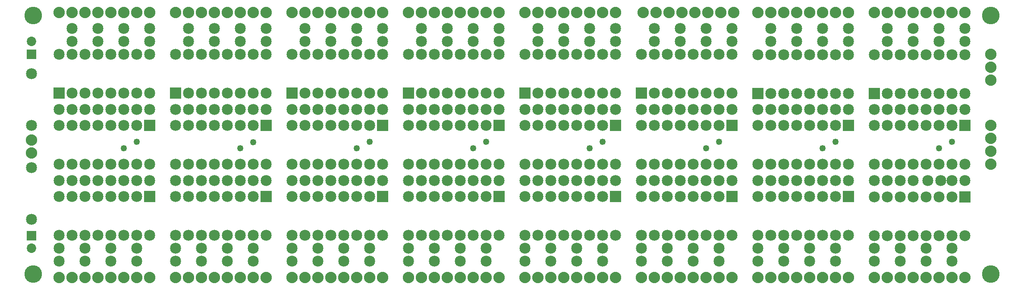
<source format=gts>
G04 MADE WITH FRITZING*
G04 WWW.FRITZING.ORG*
G04 DOUBLE SIDED*
G04 HOLES PLATED*
G04 CONTOUR ON CENTER OF CONTOUR VECTOR*
%ASAXBY*%
%FSLAX23Y23*%
%MOIN*%
%OFA0B0*%
%SFA1.0B1.0*%
%ADD10C,0.088000*%
%ADD11C,0.135984*%
%ADD12C,0.072992*%
%ADD13C,0.085000*%
%ADD14C,0.049370*%
%ADD15R,0.072992X0.072992*%
%ADD16R,0.085000X0.085000*%
%LNMASK1*%
G90*
G70*
G54D10*
X7560Y1004D03*
X7560Y1104D03*
X7560Y1204D03*
X7560Y1304D03*
G54D11*
X160Y2154D03*
X160Y154D03*
G54D10*
X7560Y1854D03*
X7560Y1754D03*
X7560Y1654D03*
G54D12*
X148Y452D03*
X148Y354D03*
X148Y1855D03*
X148Y1954D03*
G54D13*
X148Y979D03*
X148Y579D03*
X148Y1304D03*
X148Y1704D03*
G54D10*
X148Y1191D03*
X148Y1091D03*
G54D14*
X5460Y1179D03*
X5360Y1129D03*
X6260Y1129D03*
X6360Y1179D03*
X7260Y1179D03*
X7160Y1129D03*
X4560Y1179D03*
X4460Y1129D03*
X960Y1179D03*
X860Y1129D03*
X3660Y1179D03*
X3561Y1129D03*
X1861Y1175D03*
X1760Y1129D03*
X2661Y1129D03*
X2760Y1179D03*
G54D10*
X1060Y2179D03*
X960Y2179D03*
X860Y2179D03*
X760Y2179D03*
X660Y2179D03*
X560Y2179D03*
X460Y2179D03*
X360Y2179D03*
X1960Y2179D03*
X1860Y2179D03*
X1760Y2179D03*
X1660Y2179D03*
X1560Y2179D03*
X1460Y2179D03*
X1360Y2179D03*
X1260Y2179D03*
X2860Y2179D03*
X2760Y2179D03*
X2660Y2179D03*
X2560Y2179D03*
X2460Y2179D03*
X2360Y2179D03*
X2260Y2179D03*
X2160Y2179D03*
X3760Y2179D03*
X3660Y2179D03*
X3560Y2179D03*
X3460Y2179D03*
X3360Y2179D03*
X3260Y2179D03*
X3160Y2179D03*
X3060Y2179D03*
X4660Y2179D03*
X4560Y2179D03*
X4460Y2179D03*
X4360Y2179D03*
X4260Y2179D03*
X4160Y2179D03*
X4060Y2179D03*
X3960Y2179D03*
X5573Y2179D03*
X5473Y2179D03*
X5373Y2179D03*
X5273Y2179D03*
X5173Y2179D03*
X5073Y2179D03*
X4973Y2179D03*
X4873Y2179D03*
X6460Y2179D03*
X6360Y2179D03*
X6260Y2179D03*
X6160Y2179D03*
X6060Y2179D03*
X5960Y2179D03*
X5860Y2179D03*
X5760Y2179D03*
X7360Y2179D03*
X7260Y2179D03*
X7160Y2179D03*
X7060Y2179D03*
X6960Y2179D03*
X6860Y2179D03*
X6760Y2179D03*
X6660Y2179D03*
G54D11*
X7560Y154D03*
X7560Y2154D03*
G54D13*
X1060Y1304D03*
X1060Y1004D03*
X960Y1304D03*
X960Y1004D03*
X860Y1304D03*
X860Y1004D03*
X760Y1304D03*
X760Y1004D03*
X660Y1304D03*
X660Y1004D03*
X560Y1304D03*
X560Y1004D03*
X460Y1304D03*
X460Y1004D03*
X360Y1304D03*
X360Y1004D03*
X1960Y1304D03*
X1960Y1004D03*
X1860Y1304D03*
X1860Y1004D03*
X1760Y1304D03*
X1760Y1004D03*
X1660Y1304D03*
X1660Y1004D03*
X1560Y1304D03*
X1560Y1004D03*
X1460Y1304D03*
X1460Y1004D03*
X1360Y1304D03*
X1360Y1004D03*
X1260Y1304D03*
X1260Y1004D03*
X2860Y1304D03*
X2860Y1004D03*
X2760Y1304D03*
X2760Y1004D03*
X2660Y1304D03*
X2660Y1004D03*
X2560Y1304D03*
X2560Y1004D03*
X2460Y1304D03*
X2460Y1004D03*
X2360Y1304D03*
X2360Y1004D03*
X2260Y1304D03*
X2260Y1004D03*
X2160Y1304D03*
X2160Y1004D03*
X3760Y1304D03*
X3760Y1004D03*
X3660Y1304D03*
X3660Y1004D03*
X3560Y1304D03*
X3560Y1004D03*
X3460Y1304D03*
X3460Y1004D03*
X3360Y1304D03*
X3360Y1004D03*
X3260Y1304D03*
X3260Y1004D03*
X3160Y1304D03*
X3160Y1004D03*
X3060Y1304D03*
X3060Y1004D03*
X4660Y1304D03*
X4660Y1004D03*
X4560Y1304D03*
X4560Y1004D03*
X4460Y1304D03*
X4460Y1004D03*
X4360Y1304D03*
X4360Y1004D03*
X4260Y1304D03*
X4260Y1004D03*
X4160Y1304D03*
X4160Y1004D03*
X4060Y1304D03*
X4060Y1004D03*
X3960Y1304D03*
X3960Y1004D03*
X5560Y1304D03*
X5560Y1004D03*
X5460Y1304D03*
X5460Y1004D03*
X5360Y1304D03*
X5360Y1004D03*
X5260Y1304D03*
X5260Y1004D03*
X5160Y1304D03*
X5160Y1004D03*
X5060Y1304D03*
X5060Y1004D03*
X4960Y1304D03*
X4960Y1004D03*
X4860Y1304D03*
X4860Y1004D03*
X6460Y1304D03*
X6460Y1004D03*
X6360Y1304D03*
X6360Y1004D03*
X6260Y1304D03*
X6260Y1004D03*
X6160Y1304D03*
X6160Y1004D03*
X6060Y1304D03*
X6060Y1004D03*
X5960Y1304D03*
X5960Y1004D03*
X5860Y1304D03*
X5860Y1004D03*
X5760Y1304D03*
X5760Y1004D03*
X7360Y1304D03*
X7360Y1004D03*
X7260Y1304D03*
X7260Y1004D03*
X7160Y1304D03*
X7160Y1004D03*
X7060Y1304D03*
X7060Y1004D03*
X6960Y1304D03*
X6960Y1004D03*
X6860Y1304D03*
X6860Y1004D03*
X6760Y1304D03*
X6760Y1004D03*
X6660Y1304D03*
X6660Y1004D03*
X1060Y754D03*
X1060Y454D03*
X960Y754D03*
X960Y454D03*
X860Y754D03*
X860Y454D03*
X760Y754D03*
X760Y454D03*
X660Y754D03*
X660Y454D03*
X560Y754D03*
X560Y454D03*
X460Y754D03*
X460Y454D03*
X360Y754D03*
X360Y454D03*
X1960Y754D03*
X1960Y454D03*
X1860Y754D03*
X1860Y454D03*
X1760Y754D03*
X1760Y454D03*
X1660Y754D03*
X1660Y454D03*
X1560Y754D03*
X1560Y454D03*
X1460Y754D03*
X1460Y454D03*
X1360Y754D03*
X1360Y454D03*
X1260Y754D03*
X1260Y454D03*
X2860Y754D03*
X2860Y454D03*
X2760Y754D03*
X2760Y454D03*
X2660Y754D03*
X2660Y454D03*
X2560Y754D03*
X2560Y454D03*
X2460Y754D03*
X2460Y454D03*
X2360Y754D03*
X2360Y454D03*
X2260Y754D03*
X2260Y454D03*
X2160Y754D03*
X2160Y454D03*
X3760Y754D03*
X3760Y454D03*
X3660Y754D03*
X3660Y454D03*
X3560Y754D03*
X3560Y454D03*
X3460Y754D03*
X3460Y454D03*
X3360Y754D03*
X3360Y454D03*
X3260Y754D03*
X3260Y454D03*
X3160Y754D03*
X3160Y454D03*
X3060Y754D03*
X3060Y454D03*
X4660Y754D03*
X4660Y454D03*
X4560Y754D03*
X4560Y454D03*
X4460Y754D03*
X4460Y454D03*
X4360Y754D03*
X4360Y454D03*
X4260Y754D03*
X4260Y454D03*
X4160Y754D03*
X4160Y454D03*
X4060Y754D03*
X4060Y454D03*
X3960Y754D03*
X3960Y454D03*
X5560Y754D03*
X5560Y454D03*
X5460Y754D03*
X5460Y454D03*
X5360Y754D03*
X5360Y454D03*
X5260Y754D03*
X5260Y454D03*
X5160Y754D03*
X5160Y454D03*
X5060Y754D03*
X5060Y454D03*
X4960Y754D03*
X4960Y454D03*
X4860Y754D03*
X4860Y454D03*
X6460Y754D03*
X6460Y454D03*
X6360Y754D03*
X6360Y454D03*
X6260Y754D03*
X6260Y454D03*
X6160Y754D03*
X6160Y454D03*
X6060Y754D03*
X6060Y454D03*
X5960Y754D03*
X5960Y454D03*
X5860Y754D03*
X5860Y454D03*
X5760Y754D03*
X5760Y454D03*
X7360Y753D03*
X7360Y453D03*
X7260Y753D03*
X7260Y453D03*
X7160Y753D03*
X7160Y453D03*
X7060Y753D03*
X7060Y453D03*
X6960Y753D03*
X6960Y453D03*
X6860Y753D03*
X6860Y453D03*
X6760Y753D03*
X6760Y453D03*
X6660Y753D03*
X6660Y453D03*
X360Y1554D03*
X360Y1854D03*
X460Y1554D03*
X460Y1854D03*
X560Y1554D03*
X560Y1854D03*
X660Y1554D03*
X660Y1854D03*
X760Y1554D03*
X760Y1854D03*
X860Y1554D03*
X860Y1854D03*
X960Y1554D03*
X960Y1854D03*
X1060Y1554D03*
X1060Y1854D03*
X1260Y1554D03*
X1260Y1854D03*
X1360Y1554D03*
X1360Y1854D03*
X1460Y1554D03*
X1460Y1854D03*
X1560Y1554D03*
X1560Y1854D03*
X1660Y1554D03*
X1660Y1854D03*
X1760Y1554D03*
X1760Y1854D03*
X1860Y1554D03*
X1860Y1854D03*
X1960Y1554D03*
X1960Y1854D03*
X2160Y1554D03*
X2160Y1854D03*
X2260Y1554D03*
X2260Y1854D03*
X2360Y1554D03*
X2360Y1854D03*
X2460Y1554D03*
X2460Y1854D03*
X2560Y1554D03*
X2560Y1854D03*
X2660Y1554D03*
X2660Y1854D03*
X2760Y1554D03*
X2760Y1854D03*
X2860Y1554D03*
X2860Y1854D03*
X3060Y1554D03*
X3060Y1854D03*
X3160Y1554D03*
X3160Y1854D03*
X3260Y1554D03*
X3260Y1854D03*
X3360Y1554D03*
X3360Y1854D03*
X3460Y1554D03*
X3460Y1854D03*
X3560Y1554D03*
X3560Y1854D03*
X3660Y1554D03*
X3660Y1854D03*
X3760Y1554D03*
X3760Y1854D03*
X3960Y1554D03*
X3960Y1854D03*
X4060Y1554D03*
X4060Y1854D03*
X4160Y1554D03*
X4160Y1854D03*
X4260Y1554D03*
X4260Y1854D03*
X4360Y1554D03*
X4360Y1854D03*
X4460Y1554D03*
X4460Y1854D03*
X4560Y1554D03*
X4560Y1854D03*
X4660Y1554D03*
X4660Y1854D03*
X5761Y1553D03*
X5761Y1853D03*
X5861Y1553D03*
X5861Y1853D03*
X5961Y1553D03*
X5961Y1853D03*
X6061Y1553D03*
X6061Y1853D03*
X6161Y1553D03*
X6161Y1853D03*
X6261Y1553D03*
X6261Y1853D03*
X6361Y1553D03*
X6361Y1853D03*
X6461Y1553D03*
X6461Y1853D03*
X4860Y1554D03*
X4860Y1854D03*
X4960Y1554D03*
X4960Y1854D03*
X5060Y1554D03*
X5060Y1854D03*
X5160Y1554D03*
X5160Y1854D03*
X5260Y1554D03*
X5260Y1854D03*
X5360Y1554D03*
X5360Y1854D03*
X5460Y1554D03*
X5460Y1854D03*
X5560Y1554D03*
X5560Y1854D03*
X6661Y1553D03*
X6661Y1853D03*
X6761Y1553D03*
X6761Y1853D03*
X6861Y1553D03*
X6861Y1853D03*
X6961Y1553D03*
X6961Y1853D03*
X7061Y1553D03*
X7061Y1853D03*
X7161Y1553D03*
X7161Y1853D03*
X7261Y1553D03*
X7261Y1853D03*
X7361Y1553D03*
X7361Y1853D03*
X7360Y1954D03*
X7360Y2054D03*
X6960Y2054D03*
X6960Y1954D03*
X5560Y2054D03*
X5560Y1954D03*
X6460Y2054D03*
X6460Y1954D03*
X5360Y2054D03*
X5360Y1954D03*
X6260Y2054D03*
X6260Y1954D03*
X5160Y2054D03*
X5160Y1954D03*
X6060Y2054D03*
X6060Y1954D03*
X4960Y2054D03*
X4960Y1954D03*
X5860Y2054D03*
X5860Y1954D03*
X7260Y879D03*
X7360Y879D03*
X7073Y879D03*
X7173Y879D03*
X6860Y879D03*
X6960Y879D03*
X360Y879D03*
X460Y879D03*
X1260Y879D03*
X1360Y879D03*
X2160Y879D03*
X2260Y879D03*
X3060Y879D03*
X3160Y879D03*
X3960Y879D03*
X4060Y879D03*
X4860Y879D03*
X4960Y879D03*
X5760Y879D03*
X5860Y879D03*
X560Y879D03*
X660Y879D03*
X1460Y879D03*
X1560Y879D03*
X2360Y879D03*
X2460Y879D03*
X3260Y879D03*
X3360Y879D03*
X4160Y879D03*
X4260Y879D03*
X5060Y879D03*
X5160Y879D03*
X5960Y879D03*
X6060Y879D03*
X760Y879D03*
X860Y879D03*
X1660Y879D03*
X1760Y879D03*
X2560Y879D03*
X2660Y879D03*
X3460Y879D03*
X3560Y879D03*
X4360Y879D03*
X4460Y879D03*
X5260Y879D03*
X5360Y879D03*
X6160Y879D03*
X6260Y879D03*
X960Y879D03*
X1060Y879D03*
X1860Y879D03*
X1960Y879D03*
X2760Y879D03*
X2860Y879D03*
X3660Y879D03*
X3760Y879D03*
X4560Y879D03*
X4660Y879D03*
X5460Y879D03*
X5560Y879D03*
X6360Y879D03*
X6460Y879D03*
X6660Y879D03*
X6760Y879D03*
X7260Y1429D03*
X7360Y1429D03*
X6860Y1429D03*
X6960Y1429D03*
X7160Y1429D03*
X7060Y1429D03*
X960Y1429D03*
X1060Y1429D03*
X1860Y1429D03*
X1960Y1429D03*
X2760Y1429D03*
X2860Y1429D03*
X3660Y1429D03*
X3760Y1429D03*
X4560Y1429D03*
X4660Y1429D03*
X5460Y1429D03*
X5560Y1429D03*
X6360Y1429D03*
X6460Y1429D03*
X860Y1429D03*
X760Y1429D03*
X1760Y1429D03*
X1660Y1429D03*
X2660Y1429D03*
X2560Y1429D03*
X3560Y1429D03*
X3460Y1429D03*
X4460Y1429D03*
X4360Y1429D03*
X5360Y1429D03*
X5260Y1429D03*
X6260Y1429D03*
X6160Y1429D03*
X560Y1429D03*
X660Y1429D03*
X1460Y1429D03*
X1560Y1429D03*
X2360Y1429D03*
X2460Y1429D03*
X3260Y1429D03*
X3360Y1429D03*
X4160Y1429D03*
X4260Y1429D03*
X5060Y1429D03*
X5160Y1429D03*
X5960Y1429D03*
X6060Y1429D03*
X460Y1429D03*
X360Y1429D03*
X1360Y1429D03*
X1260Y1429D03*
X2260Y1429D03*
X2160Y1429D03*
X3160Y1429D03*
X3060Y1429D03*
X4060Y1429D03*
X3960Y1429D03*
X4960Y1429D03*
X4860Y1429D03*
X5860Y1429D03*
X5760Y1429D03*
X6760Y1429D03*
X6660Y1429D03*
X7260Y354D03*
X7260Y254D03*
X7060Y354D03*
X7060Y254D03*
X6860Y354D03*
X6860Y254D03*
X960Y354D03*
X960Y254D03*
X1860Y354D03*
X1860Y254D03*
X2760Y354D03*
X2760Y254D03*
X3660Y354D03*
X3660Y254D03*
X4560Y354D03*
X4560Y254D03*
X5460Y354D03*
X5460Y254D03*
X6360Y354D03*
X6360Y254D03*
X760Y354D03*
X760Y254D03*
X1660Y354D03*
X1660Y254D03*
X2560Y354D03*
X2560Y254D03*
X3460Y354D03*
X3460Y254D03*
X4360Y354D03*
X4360Y254D03*
X5260Y354D03*
X5260Y254D03*
X6160Y354D03*
X6160Y254D03*
X560Y354D03*
X560Y254D03*
X1460Y354D03*
X1460Y254D03*
X2360Y354D03*
X2360Y254D03*
X3260Y354D03*
X3260Y254D03*
X4160Y354D03*
X4160Y254D03*
X5060Y354D03*
X5060Y254D03*
X5960Y354D03*
X5960Y254D03*
X360Y354D03*
X360Y254D03*
X1260Y354D03*
X1260Y254D03*
X2160Y354D03*
X2160Y254D03*
X3060Y354D03*
X3060Y254D03*
X3960Y354D03*
X3960Y254D03*
X4860Y354D03*
X4860Y254D03*
X5760Y354D03*
X5760Y254D03*
X6660Y354D03*
X6660Y254D03*
X4660Y2054D03*
X4660Y1954D03*
X4460Y2054D03*
X4460Y1954D03*
X1060Y2054D03*
X1060Y1954D03*
X660Y2054D03*
X660Y1954D03*
X860Y2054D03*
X860Y1954D03*
X460Y2054D03*
X460Y1954D03*
X1960Y2054D03*
X1960Y1954D03*
X1560Y2054D03*
X1560Y1954D03*
X1760Y2054D03*
X1760Y1954D03*
X1360Y2054D03*
X1360Y1954D03*
X2860Y2054D03*
X2860Y1954D03*
X2460Y2054D03*
X2460Y1954D03*
X2660Y2054D03*
X2660Y1954D03*
X2260Y2054D03*
X2260Y1954D03*
X3160Y2054D03*
X3160Y1954D03*
X3360Y2054D03*
X3360Y1954D03*
X3560Y2054D03*
X3560Y1954D03*
X3760Y2054D03*
X3760Y1954D03*
X4060Y2054D03*
X4060Y1954D03*
X4260Y2054D03*
X4260Y1954D03*
G54D10*
X360Y129D03*
X460Y129D03*
X560Y129D03*
X660Y129D03*
X760Y129D03*
X860Y129D03*
X960Y129D03*
X1060Y129D03*
X1260Y129D03*
X1360Y129D03*
X1460Y129D03*
X1560Y129D03*
X1660Y129D03*
X1760Y129D03*
X1860Y129D03*
X1960Y129D03*
X2160Y129D03*
X2260Y129D03*
X2360Y129D03*
X2460Y129D03*
X2560Y129D03*
X2660Y129D03*
X2760Y129D03*
X2860Y129D03*
X3060Y129D03*
X3160Y129D03*
X3260Y129D03*
X3360Y129D03*
X3460Y129D03*
X3560Y129D03*
X3660Y129D03*
X3760Y129D03*
X3960Y129D03*
X4060Y129D03*
X4160Y129D03*
X4260Y129D03*
X4360Y129D03*
X4460Y129D03*
X4560Y129D03*
X4660Y129D03*
X6660Y129D03*
X6760Y129D03*
X6860Y129D03*
X6960Y129D03*
X7060Y129D03*
X7160Y129D03*
X7260Y129D03*
X7360Y129D03*
X5760Y129D03*
X5860Y129D03*
X5960Y129D03*
X6060Y129D03*
X6160Y129D03*
X6260Y129D03*
X6360Y129D03*
X6460Y129D03*
X4860Y129D03*
X4960Y129D03*
X5060Y129D03*
X5160Y129D03*
X5260Y129D03*
X5360Y129D03*
X5460Y129D03*
X5560Y129D03*
G54D13*
X7160Y1954D03*
X7160Y2054D03*
X6760Y2054D03*
X6760Y1954D03*
G54D15*
X148Y452D03*
X148Y1855D03*
G54D16*
X1060Y1304D03*
X1960Y1304D03*
X2860Y1304D03*
X3760Y1304D03*
X4660Y1304D03*
X5560Y1304D03*
X6460Y1304D03*
X7360Y1304D03*
X1060Y754D03*
X1960Y754D03*
X2860Y754D03*
X3760Y754D03*
X4660Y754D03*
X5560Y754D03*
X6460Y754D03*
X7360Y753D03*
X360Y1554D03*
X1260Y1554D03*
X2160Y1554D03*
X3060Y1554D03*
X3960Y1554D03*
X5761Y1553D03*
X4860Y1554D03*
X6661Y1553D03*
G04 End of Mask1*
M02*
</source>
